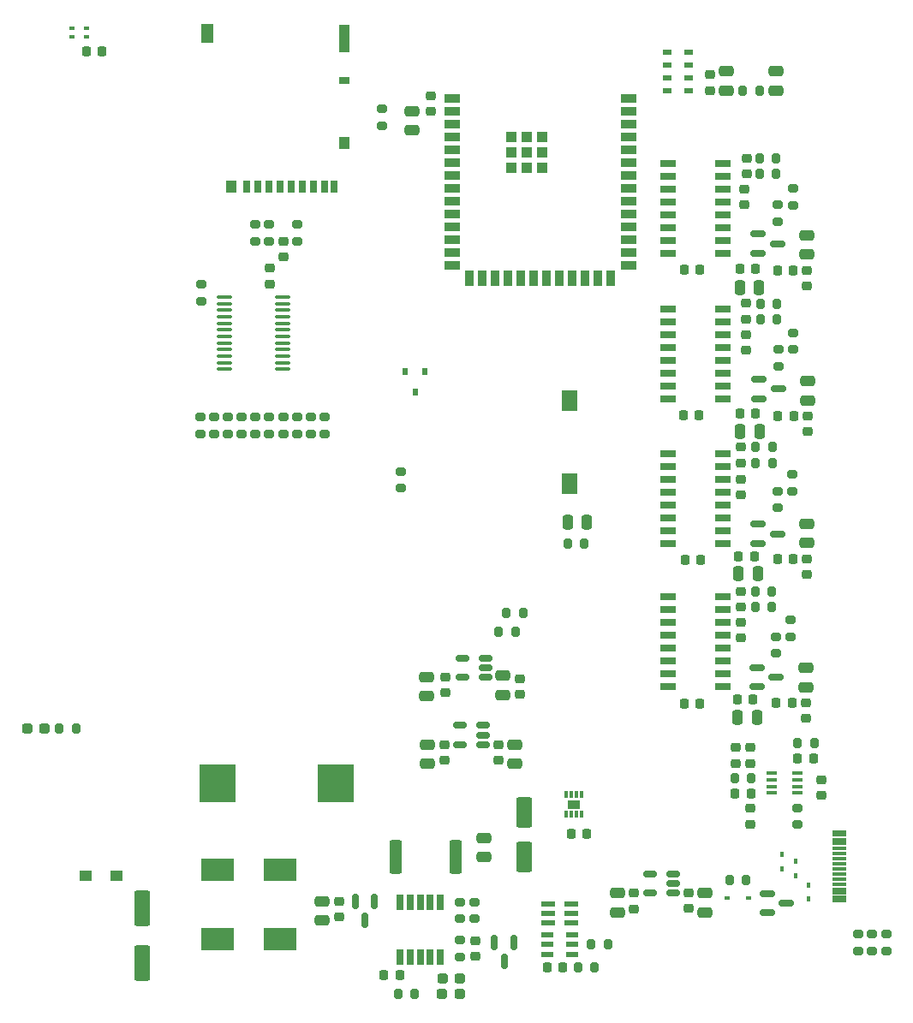
<source format=gtp>
G04 #@! TF.GenerationSoftware,KiCad,Pcbnew,8.0.3*
G04 #@! TF.CreationDate,2024-06-18T17:58:35+02:00*
G04 #@! TF.ProjectId,Open_beehive_scale_V0.5,4f70656e-5f62-4656-9568-6976655f7363,rev?*
G04 #@! TF.SameCoordinates,Original*
G04 #@! TF.FileFunction,Paste,Top*
G04 #@! TF.FilePolarity,Positive*
%FSLAX46Y46*%
G04 Gerber Fmt 4.6, Leading zero omitted, Abs format (unit mm)*
G04 Created by KiCad (PCBNEW 8.0.3) date 2024-06-18 17:58:35*
%MOMM*%
%LPD*%
G01*
G04 APERTURE LIST*
G04 Aperture macros list*
%AMRoundRect*
0 Rectangle with rounded corners*
0 $1 Rounding radius*
0 $2 $3 $4 $5 $6 $7 $8 $9 X,Y pos of 4 corners*
0 Add a 4 corners polygon primitive as box body*
4,1,4,$2,$3,$4,$5,$6,$7,$8,$9,$2,$3,0*
0 Add four circle primitives for the rounded corners*
1,1,$1+$1,$2,$3*
1,1,$1+$1,$4,$5*
1,1,$1+$1,$6,$7*
1,1,$1+$1,$8,$9*
0 Add four rect primitives between the rounded corners*
20,1,$1+$1,$2,$3,$4,$5,0*
20,1,$1+$1,$4,$5,$6,$7,0*
20,1,$1+$1,$6,$7,$8,$9,0*
20,1,$1+$1,$8,$9,$2,$3,0*%
G04 Aperture macros list end*
%ADD10RoundRect,0.200000X0.200000X0.275000X-0.200000X0.275000X-0.200000X-0.275000X0.200000X-0.275000X0*%
%ADD11RoundRect,0.225000X-0.225000X-0.250000X0.225000X-0.250000X0.225000X0.250000X-0.225000X0.250000X0*%
%ADD12RoundRect,0.250000X-0.550000X1.500000X-0.550000X-1.500000X0.550000X-1.500000X0.550000X1.500000X0*%
%ADD13RoundRect,0.225000X-0.250000X0.225000X-0.250000X-0.225000X0.250000X-0.225000X0.250000X0.225000X0*%
%ADD14RoundRect,0.250000X-0.475000X0.250000X-0.475000X-0.250000X0.475000X-0.250000X0.475000X0.250000X0*%
%ADD15RoundRect,0.250000X0.475000X-0.250000X0.475000X0.250000X-0.475000X0.250000X-0.475000X-0.250000X0*%
%ADD16RoundRect,0.250000X0.550000X-1.250000X0.550000X1.250000X-0.550000X1.250000X-0.550000X-1.250000X0*%
%ADD17RoundRect,0.237500X-0.287500X-0.237500X0.287500X-0.237500X0.287500X0.237500X-0.287500X0.237500X0*%
%ADD18R,1.240000X1.120000*%
%ADD19R,3.200000X2.250000*%
%ADD20R,0.650000X1.525000*%
%ADD21R,3.650000X3.750000*%
%ADD22RoundRect,0.200000X-0.200000X-0.275000X0.200000X-0.275000X0.200000X0.275000X-0.200000X0.275000X0*%
%ADD23RoundRect,0.200000X0.275000X-0.200000X0.275000X0.200000X-0.275000X0.200000X-0.275000X-0.200000X0*%
%ADD24RoundRect,0.200000X-0.275000X0.200000X-0.275000X-0.200000X0.275000X-0.200000X0.275000X0.200000X0*%
%ADD25RoundRect,0.250000X-0.362500X-1.425000X0.362500X-1.425000X0.362500X1.425000X-0.362500X1.425000X0*%
%ADD26R,0.300000X0.750000*%
%ADD27R,1.300000X0.900000*%
%ADD28R,0.500000X0.300000*%
%ADD29RoundRect,0.150000X-0.587500X-0.150000X0.587500X-0.150000X0.587500X0.150000X-0.587500X0.150000X0*%
%ADD30RoundRect,0.225000X0.225000X0.250000X-0.225000X0.250000X-0.225000X-0.250000X0.225000X-0.250000X0*%
%ADD31RoundRect,0.225000X0.250000X-0.225000X0.250000X0.225000X-0.250000X0.225000X-0.250000X-0.225000X0*%
%ADD32R,0.600000X0.450000*%
%ADD33R,1.500000X2.000000*%
%ADD34R,0.700000X1.200000*%
%ADD35R,1.000000X0.800000*%
%ADD36R,1.000000X1.200000*%
%ADD37R,1.000000X2.800000*%
%ADD38R,1.300000X1.900000*%
%ADD39RoundRect,0.218750X0.218750X0.256250X-0.218750X0.256250X-0.218750X-0.256250X0.218750X-0.256250X0*%
%ADD40RoundRect,0.250000X-0.250000X-0.475000X0.250000X-0.475000X0.250000X0.475000X-0.250000X0.475000X0*%
%ADD41RoundRect,0.100000X-0.637500X-0.100000X0.637500X-0.100000X0.637500X0.100000X-0.637500X0.100000X0*%
%ADD42RoundRect,0.150000X0.512500X0.150000X-0.512500X0.150000X-0.512500X-0.150000X0.512500X-0.150000X0*%
%ADD43R,0.420000X0.550000*%
%ADD44RoundRect,0.150000X-0.150000X0.587500X-0.150000X-0.587500X0.150000X-0.587500X0.150000X0.587500X0*%
%ADD45R,1.525000X0.700000*%
%ADD46R,1.400000X0.600000*%
%ADD47R,1.500000X0.900000*%
%ADD48R,0.900000X1.500000*%
%ADD49R,1.000000X1.000000*%
%ADD50R,0.600000X0.700000*%
%ADD51R,1.200000X0.600000*%
%ADD52R,1.450000X0.300000*%
%ADD53R,1.050000X0.450000*%
%ADD54R,0.950000X0.550000*%
G04 APERTURE END LIST*
D10*
X181665000Y-117540000D03*
X180015000Y-117540000D03*
D11*
X180015000Y-119030000D03*
X181565000Y-119030000D03*
D12*
X115245000Y-133900000D03*
X115245000Y-139300000D03*
D13*
X134710000Y-133175000D03*
X134710000Y-134725000D03*
D14*
X132980000Y-133180000D03*
X132980000Y-135080000D03*
D13*
X148180000Y-137065000D03*
X148180000Y-138615000D03*
D11*
X157625000Y-126540000D03*
X159175000Y-126540000D03*
X139115000Y-140460000D03*
X140665000Y-140460000D03*
D15*
X149030000Y-128825000D03*
X149030000Y-126925000D03*
D16*
X153000000Y-128800000D03*
X153000000Y-124400000D03*
D11*
X109687391Y-49147391D03*
X111237391Y-49147391D03*
D17*
X103826250Y-116100000D03*
X105576250Y-116100000D03*
D18*
X112650000Y-130690000D03*
X109650000Y-130690000D03*
D17*
X144865000Y-142332000D03*
X146615000Y-142332000D03*
X144885000Y-140782000D03*
X146635000Y-140782000D03*
D19*
X128800000Y-130050000D03*
X128800000Y-136950000D03*
X122645000Y-130025000D03*
X122645000Y-136925000D03*
D20*
X140690000Y-138702000D03*
X141690000Y-138702000D03*
X142690000Y-138702000D03*
X143690000Y-138702000D03*
X144690000Y-138702000D03*
X144690000Y-133278000D03*
X143690000Y-133278000D03*
X142690000Y-133278000D03*
X141690000Y-133278000D03*
X140690000Y-133278000D03*
D21*
X122660000Y-121480000D03*
X134360000Y-121480000D03*
D22*
X107036250Y-116090000D03*
X108686250Y-116090000D03*
D23*
X146610000Y-138665000D03*
X146610000Y-137015000D03*
D22*
X140515000Y-142330000D03*
X142165000Y-142330000D03*
D24*
X148080000Y-133275000D03*
X148080000Y-134925000D03*
D23*
X146580000Y-134925000D03*
X146580000Y-133275000D03*
D25*
X140257500Y-128820000D03*
X146182500Y-128820000D03*
D26*
X157100000Y-124600000D03*
X157600000Y-124600000D03*
X158100000Y-124600000D03*
X158600000Y-124600000D03*
X158600000Y-122600000D03*
X158100000Y-122600000D03*
X157600000Y-122600000D03*
X157100000Y-122600000D03*
D27*
X157850000Y-123600000D03*
D28*
X108287391Y-46872391D03*
X108287391Y-47672391D03*
X109687391Y-47672391D03*
X109687391Y-46872391D03*
D23*
X140770000Y-92335000D03*
X140770000Y-90685000D03*
D14*
X143340625Y-110990000D03*
X143340625Y-112890000D03*
D23*
X179590000Y-64355000D03*
X179590000Y-62705000D03*
D15*
X180950000Y-69200000D03*
X180950000Y-67300000D03*
D14*
X162180000Y-132380000D03*
X162180000Y-134280000D03*
D23*
X138920000Y-56465000D03*
X138920000Y-54815000D03*
X121040000Y-73805000D03*
X121040000Y-72155000D03*
D15*
X180820000Y-112000000D03*
X180820000Y-110100000D03*
D13*
X169240000Y-132345000D03*
X169240000Y-133895000D03*
D29*
X176002500Y-110040000D03*
X176002500Y-111940000D03*
X177877500Y-110990000D03*
D30*
X156785000Y-139750000D03*
X155235000Y-139750000D03*
D31*
X173850000Y-119535000D03*
X173850000Y-117985000D03*
D23*
X179330000Y-107025000D03*
X179330000Y-105375000D03*
X178030000Y-65935000D03*
X178030000Y-64285000D03*
D31*
X174420000Y-89805000D03*
X174420000Y-88255000D03*
D11*
X168875000Y-99400000D03*
X170425000Y-99400000D03*
D32*
X173010000Y-132830000D03*
X175110000Y-132830000D03*
D11*
X174315000Y-84970000D03*
X175865000Y-84970000D03*
D24*
X122290000Y-85275000D03*
X122290000Y-86925000D03*
D23*
X188760000Y-138065000D03*
X188760000Y-136415000D03*
D24*
X125020000Y-85275000D03*
X125020000Y-86925000D03*
D33*
X157490000Y-91840000D03*
X157490000Y-83640000D03*
D34*
X125550000Y-62460000D03*
X126650000Y-62460000D03*
X127750000Y-62460000D03*
X128850000Y-62460000D03*
X129950000Y-62460000D03*
X131050000Y-62460000D03*
X132150000Y-62460000D03*
X133250000Y-62460000D03*
X134200000Y-62460000D03*
D35*
X135150000Y-51960000D03*
D36*
X135150000Y-58160000D03*
D37*
X135150000Y-47810000D03*
D36*
X124000000Y-62460000D03*
D38*
X121650000Y-47360000D03*
D39*
X179567500Y-99340000D03*
X177992500Y-99340000D03*
D24*
X127770000Y-85275000D03*
X127770000Y-86925000D03*
D13*
X180970000Y-85175000D03*
X180970000Y-86725000D03*
D24*
X131890000Y-85295000D03*
X131890000Y-86945000D03*
D15*
X180970000Y-83640000D03*
X180970000Y-81740000D03*
D23*
X179510000Y-92625000D03*
X179510000Y-90975000D03*
D40*
X174330000Y-86690000D03*
X176230000Y-86690000D03*
X174070000Y-114990000D03*
X175970000Y-114990000D03*
D29*
X176202500Y-81570000D03*
X176202500Y-83470000D03*
X178077500Y-82520000D03*
D41*
X123367500Y-73415000D03*
X123367500Y-74065000D03*
X123367500Y-74715000D03*
X123367500Y-75365000D03*
X123367500Y-76015000D03*
X123367500Y-76665000D03*
X123367500Y-77315000D03*
X123367500Y-77965000D03*
X123367500Y-78615000D03*
X123367500Y-79265000D03*
X123367500Y-79915000D03*
X123367500Y-80565000D03*
X129092500Y-80565000D03*
X129092500Y-79915000D03*
X129092500Y-79265000D03*
X129092500Y-78615000D03*
X129092500Y-77965000D03*
X129092500Y-77315000D03*
X129092500Y-76665000D03*
X129092500Y-76015000D03*
X129092500Y-75365000D03*
X129092500Y-74715000D03*
X129092500Y-74065000D03*
X129092500Y-73415000D03*
D24*
X120930000Y-85275000D03*
X120930000Y-86925000D03*
D42*
X167667500Y-132380000D03*
X167667500Y-131430000D03*
X167667500Y-130480000D03*
X165392500Y-130480000D03*
X165392500Y-132380000D03*
D43*
X178430000Y-129940000D03*
X178430000Y-128540000D03*
D13*
X163820000Y-132375000D03*
X163820000Y-133925000D03*
D10*
X158925000Y-97810000D03*
X157275000Y-97810000D03*
D42*
X148900000Y-117680000D03*
X148900000Y-116730000D03*
X148900000Y-115780000D03*
X146625000Y-115780000D03*
X146625000Y-117680000D03*
D23*
X177870000Y-108645000D03*
X177870000Y-106995000D03*
D13*
X180950000Y-70785000D03*
X180950000Y-72335000D03*
D15*
X177865000Y-53000000D03*
X177865000Y-51100000D03*
D13*
X180920000Y-99335000D03*
X180920000Y-100885000D03*
D11*
X174155000Y-99070000D03*
X175705000Y-99070000D03*
D44*
X138180000Y-133182500D03*
X136280000Y-133182500D03*
X137230000Y-135057500D03*
D11*
X168805000Y-113620000D03*
X170355000Y-113620000D03*
D14*
X150860625Y-110850000D03*
X150860625Y-112750000D03*
D22*
X174565000Y-53000000D03*
X176215000Y-53000000D03*
D11*
X168725000Y-85110000D03*
X170275000Y-85110000D03*
D22*
X151225000Y-104700000D03*
X152875000Y-104700000D03*
D23*
X187360000Y-138095000D03*
X187360000Y-136445000D03*
D39*
X179577500Y-70760000D03*
X178002500Y-70760000D03*
X179457500Y-113510000D03*
X177882500Y-113510000D03*
D22*
X175865000Y-88260000D03*
X177515000Y-88260000D03*
D45*
X172652000Y-83475000D03*
X172652000Y-82205000D03*
X172652000Y-80935000D03*
X172652000Y-79665000D03*
X172652000Y-78395000D03*
X172652000Y-77125000D03*
X172652000Y-75855000D03*
X172652000Y-74585000D03*
X167228000Y-74585000D03*
X167228000Y-75855000D03*
X167228000Y-77125000D03*
X167228000Y-78395000D03*
X167228000Y-79665000D03*
X167228000Y-80935000D03*
X167228000Y-82205000D03*
X167228000Y-83475000D03*
D46*
X155325000Y-133420000D03*
X155325000Y-134370000D03*
X155325000Y-135320000D03*
X157625000Y-133420000D03*
X157625000Y-134370000D03*
X157625000Y-135320000D03*
D23*
X130555000Y-67905000D03*
X130555000Y-66255000D03*
D45*
X172612000Y-97785000D03*
X172612000Y-96515000D03*
X172612000Y-95245000D03*
X172612000Y-93975000D03*
X172612000Y-92705000D03*
X172612000Y-91435000D03*
X172612000Y-90165000D03*
X172612000Y-88895000D03*
X167188000Y-88895000D03*
X167188000Y-90165000D03*
X167188000Y-91435000D03*
X167188000Y-92705000D03*
X167188000Y-93975000D03*
X167188000Y-95245000D03*
X167188000Y-96515000D03*
X167188000Y-97785000D03*
D47*
X145820000Y-53760000D03*
X145820000Y-55030000D03*
X145820000Y-56300000D03*
X145820000Y-57570000D03*
X145820000Y-58840000D03*
X145820000Y-60110000D03*
X145820000Y-61380000D03*
X145820000Y-62650000D03*
X145820000Y-63920000D03*
X145820000Y-65190000D03*
X145820000Y-66460000D03*
X145820000Y-67730000D03*
X145820000Y-69000000D03*
X145820000Y-70270000D03*
D48*
X147585000Y-71520000D03*
X148855000Y-71520000D03*
X150125000Y-71520000D03*
X151395000Y-71520000D03*
X152665000Y-71520000D03*
X153935000Y-71520000D03*
X155205000Y-71520000D03*
X156475000Y-71520000D03*
X157745000Y-71520000D03*
X159015000Y-71520000D03*
X160285000Y-71520000D03*
X161555000Y-71520000D03*
D47*
X163320000Y-70270000D03*
X163320000Y-69000000D03*
X163320000Y-67730000D03*
X163320000Y-66460000D03*
X163320000Y-65190000D03*
X163320000Y-63920000D03*
X163320000Y-62650000D03*
X163320000Y-61380000D03*
X163320000Y-60110000D03*
X163320000Y-58840000D03*
X163320000Y-57570000D03*
X163320000Y-56300000D03*
X163320000Y-55030000D03*
X163320000Y-53760000D03*
D49*
X151710000Y-57610000D03*
X151710000Y-59110000D03*
X151710000Y-60610000D03*
X153210000Y-57610000D03*
X153210000Y-59110000D03*
X153210000Y-60610000D03*
X154710000Y-57610000D03*
X154710000Y-59110000D03*
X154710000Y-60610000D03*
D50*
X143130000Y-80780000D03*
X141230000Y-80780000D03*
X142180000Y-82780000D03*
D22*
X150435000Y-106530000D03*
X152085000Y-106530000D03*
D13*
X129195000Y-67905000D03*
X129195000Y-69455000D03*
D23*
X178090000Y-80245000D03*
X178090000Y-78595000D03*
D22*
X175795000Y-104100000D03*
X177445000Y-104100000D03*
D24*
X130530000Y-85275000D03*
X130530000Y-86925000D03*
D40*
X174300000Y-72450000D03*
X176200000Y-72450000D03*
X174170000Y-100780000D03*
X176070000Y-100780000D03*
D44*
X151930000Y-137220000D03*
X150030000Y-137220000D03*
X150980000Y-139095000D03*
D11*
X168795000Y-70720000D03*
X170345000Y-70720000D03*
D31*
X174870000Y-75595000D03*
X174870000Y-74045000D03*
D45*
X172592000Y-111985000D03*
X172592000Y-110715000D03*
X172592000Y-109445000D03*
X172592000Y-108175000D03*
X172592000Y-106905000D03*
X172592000Y-105635000D03*
X172592000Y-104365000D03*
X172592000Y-103095000D03*
X167168000Y-103095000D03*
X167168000Y-104365000D03*
X167168000Y-105635000D03*
X167168000Y-106905000D03*
X167168000Y-108175000D03*
X167168000Y-109445000D03*
X167168000Y-110715000D03*
X167168000Y-111985000D03*
D22*
X175865000Y-89810000D03*
X177515000Y-89810000D03*
D51*
X157720000Y-138420000D03*
X157720000Y-137470000D03*
X157720000Y-136520000D03*
X155220000Y-136520000D03*
X155220000Y-137470000D03*
X155220000Y-138420000D03*
D13*
X145062500Y-117685000D03*
X145062500Y-119235000D03*
D11*
X174035000Y-113230000D03*
X175585000Y-113230000D03*
D14*
X170870000Y-132380000D03*
X170870000Y-134280000D03*
D11*
X174285000Y-70590000D03*
X175835000Y-70590000D03*
D52*
X184127500Y-133110000D03*
X184127500Y-132310000D03*
X184127500Y-130960000D03*
X184127500Y-129960000D03*
X184127500Y-129460000D03*
X184127500Y-128460000D03*
X184127500Y-127110000D03*
X184127500Y-126310000D03*
X184127500Y-126610000D03*
X184127500Y-127410000D03*
X184127500Y-127960000D03*
X184127500Y-128960000D03*
X184127500Y-130460000D03*
X184127500Y-131460000D03*
X184127500Y-132010000D03*
X184127500Y-132810000D03*
D29*
X177032500Y-132400000D03*
X177032500Y-134300000D03*
X178907500Y-133350000D03*
D23*
X179590000Y-78615000D03*
X179590000Y-76965000D03*
X127765000Y-67885000D03*
X127765000Y-66235000D03*
D14*
X141860000Y-55020000D03*
X141860000Y-56920000D03*
D53*
X177410000Y-120515000D03*
X177410000Y-121165000D03*
X177410000Y-121815000D03*
X177410000Y-122465000D03*
X180010000Y-122465000D03*
X180010000Y-121815000D03*
X180010000Y-121165000D03*
X180010000Y-120515000D03*
D31*
X171315000Y-52975000D03*
X171315000Y-51425000D03*
D24*
X123640000Y-85275000D03*
X123640000Y-86925000D03*
D10*
X174925000Y-131100000D03*
X173275000Y-131100000D03*
D29*
X176122500Y-95890000D03*
X176122500Y-97790000D03*
X177997500Y-96840000D03*
D43*
X181050000Y-131550000D03*
X181050000Y-132950000D03*
D31*
X174760000Y-64285000D03*
X174760000Y-62735000D03*
D24*
X129150000Y-85275000D03*
X129150000Y-86925000D03*
D23*
X180000000Y-125585000D03*
X180000000Y-123935000D03*
D22*
X176315000Y-75590000D03*
X177965000Y-75590000D03*
D31*
X174870000Y-78665000D03*
X174870000Y-77115000D03*
D13*
X180820000Y-113515000D03*
X180820000Y-115065000D03*
D10*
X159925000Y-139730000D03*
X158275000Y-139730000D03*
D24*
X126400000Y-85275000D03*
X126400000Y-86925000D03*
D31*
X127800000Y-72125000D03*
X127800000Y-70575000D03*
D39*
X179627500Y-85150000D03*
X178052500Y-85150000D03*
D45*
X172610000Y-69090000D03*
X172610000Y-67820000D03*
X172610000Y-66550000D03*
X172610000Y-65280000D03*
X172610000Y-64010000D03*
X172610000Y-62740000D03*
X172610000Y-61470000D03*
X172610000Y-60200000D03*
X167186000Y-60200000D03*
X167186000Y-61470000D03*
X167186000Y-62740000D03*
X167186000Y-64010000D03*
X167186000Y-65280000D03*
X167186000Y-66550000D03*
X167186000Y-67820000D03*
X167186000Y-69090000D03*
D31*
X174940000Y-61235000D03*
X174940000Y-59685000D03*
D10*
X175405000Y-121020000D03*
X173755000Y-121020000D03*
D14*
X143422500Y-117680000D03*
X143422500Y-119580000D03*
D22*
X175805000Y-102570000D03*
X177455000Y-102570000D03*
D31*
X175320000Y-119535000D03*
X175320000Y-117985000D03*
X174410000Y-104095000D03*
X174410000Y-102545000D03*
D15*
X172990000Y-53000000D03*
X172990000Y-51100000D03*
D54*
X169260000Y-52995000D03*
X169260000Y-51745000D03*
X169260000Y-50495000D03*
X169260000Y-49245000D03*
X167110000Y-49245000D03*
X167110000Y-50495000D03*
X167110000Y-51745000D03*
X167110000Y-52995000D03*
D13*
X152530625Y-111195000D03*
X152530625Y-112745000D03*
D40*
X157290000Y-95670000D03*
X159190000Y-95670000D03*
D14*
X152040000Y-117660000D03*
X152040000Y-119560000D03*
D15*
X180920000Y-97720000D03*
X180920000Y-95820000D03*
D13*
X182360000Y-121145000D03*
X182360000Y-122695000D03*
D42*
X149158125Y-111020000D03*
X149158125Y-110070000D03*
X149158125Y-109120000D03*
X146883125Y-109120000D03*
X146883125Y-111020000D03*
D24*
X133250000Y-85315000D03*
X133250000Y-86965000D03*
D22*
X159585000Y-137470000D03*
X161235000Y-137470000D03*
D30*
X175375000Y-122520000D03*
X173825000Y-122520000D03*
D31*
X174420000Y-92975000D03*
X174420000Y-91425000D03*
X143700000Y-55045000D03*
X143700000Y-53495000D03*
D13*
X145150625Y-111025000D03*
X145150625Y-112575000D03*
D23*
X126375000Y-67905000D03*
X126375000Y-66255000D03*
X185950000Y-138095000D03*
X185950000Y-136445000D03*
D22*
X176245000Y-59680000D03*
X177895000Y-59680000D03*
D23*
X177990000Y-94275000D03*
X177990000Y-92625000D03*
D29*
X176122500Y-67180000D03*
X176122500Y-69080000D03*
X177997500Y-68130000D03*
D22*
X176235000Y-61200000D03*
X177885000Y-61200000D03*
X176315000Y-74070000D03*
X177965000Y-74070000D03*
D13*
X150450000Y-117685000D03*
X150450000Y-119235000D03*
X175330000Y-124005000D03*
X175330000Y-125555000D03*
D43*
X179840000Y-130620000D03*
X179840000Y-129220000D03*
D31*
X174420000Y-107145000D03*
X174420000Y-105595000D03*
M02*

</source>
